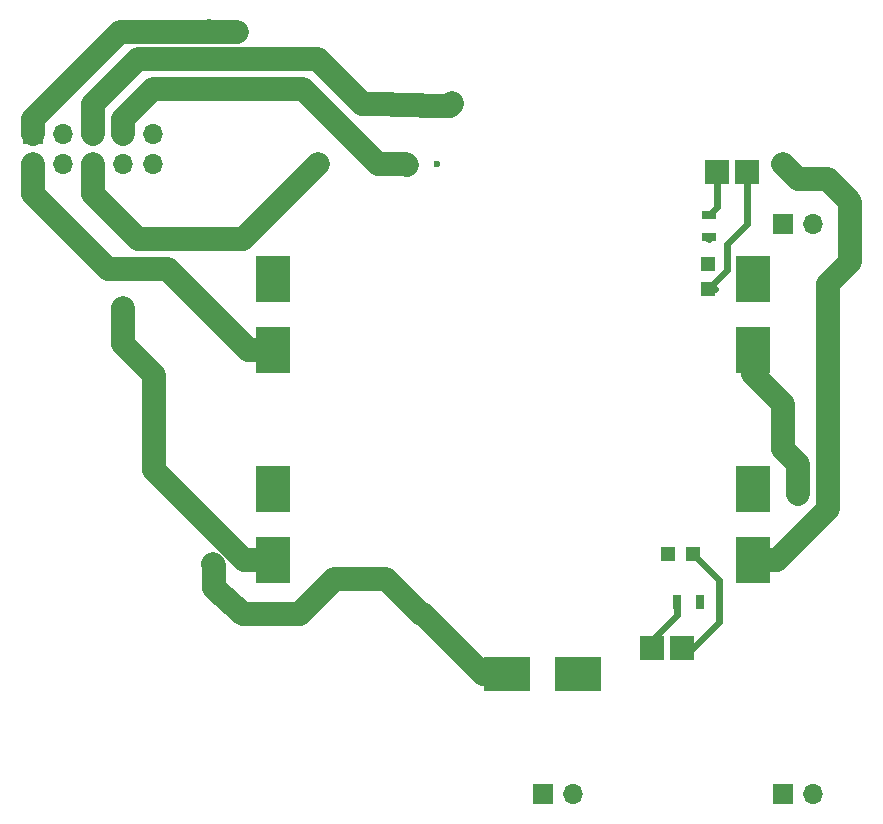
<source format=gbr>
G04 #@! TF.GenerationSoftware,KiCad,Pcbnew,(5.0.0-rc2-dev-26-g0d794b2)*
G04 #@! TF.CreationDate,2018-07-01T21:26:53-07:00*
G04 #@! TF.ProjectId,FlightControlUnitBoard,466C69676874436F6E74726F6C556E69,rev?*
G04 #@! TF.SameCoordinates,Original*
G04 #@! TF.FileFunction,Copper,L2,Bot,Signal*
G04 #@! TF.FilePolarity,Positive*
%FSLAX46Y46*%
G04 Gerber Fmt 4.6, Leading zero omitted, Abs format (unit mm)*
G04 Created by KiCad (PCBNEW (5.0.0-rc2-dev-26-g0d794b2)) date Sunday, July 01, 2018 at 09:26:53 PM*
%MOMM*%
%LPD*%
G01*
G04 APERTURE LIST*
%ADD10R,2.032000X2.032000*%
%ADD11R,1.198880X1.198880*%
%ADD12R,1.300000X0.700000*%
%ADD13R,3.000000X4.000000*%
%ADD14R,4.000000X3.000000*%
%ADD15R,1.700000X1.700000*%
%ADD16O,1.700000X1.700000*%
%ADD17R,0.700000X1.300000*%
%ADD18C,0.600000*%
%ADD19C,0.600000*%
%ADD20C,2.000000*%
G04 APERTURE END LIST*
D10*
X194700000Y-109550000D03*
X197240000Y-109550000D03*
X200175000Y-69200000D03*
X202715000Y-69200000D03*
D11*
X199390000Y-77055980D03*
X199390000Y-79154020D03*
D12*
X199525000Y-72850000D03*
X199525000Y-74750000D03*
D13*
X203200000Y-84280000D03*
X203200000Y-78280000D03*
X203200000Y-102060000D03*
X203200000Y-96060000D03*
D14*
X182420000Y-111760000D03*
X188420000Y-111760000D03*
D13*
X162560000Y-102060000D03*
X162560000Y-96060000D03*
X162560000Y-84280000D03*
X162560000Y-78280000D03*
D15*
X142240000Y-66040000D03*
D16*
X142240000Y-68580000D03*
X144780000Y-66040000D03*
X144780000Y-68580000D03*
X147320000Y-66040000D03*
X147320000Y-68580000D03*
X149860000Y-66040000D03*
X149860000Y-68580000D03*
X152400000Y-66040000D03*
X152400000Y-68580000D03*
D15*
X185420000Y-121920000D03*
D16*
X187960000Y-121920000D03*
D15*
X205740000Y-121920000D03*
D16*
X208280000Y-121920000D03*
D15*
X205740000Y-73660000D03*
D16*
X208280000Y-73660000D03*
D11*
X196050980Y-101600000D03*
X198149020Y-101600000D03*
D17*
X196800000Y-105650000D03*
X198700000Y-105650000D03*
D18*
X199350000Y-77025980D03*
X196800000Y-105650000D03*
X198149020Y-101600000D03*
X199390000Y-79154020D03*
X198700000Y-105650000D03*
X196150980Y-101525000D03*
X199500000Y-74875000D03*
X199525000Y-72850000D03*
X154600000Y-57350000D03*
X157150000Y-57325000D03*
X159525000Y-57350000D03*
X163068000Y-76898500D03*
X163068000Y-78168500D03*
X163004500Y-79565500D03*
X161798000Y-79565500D03*
X161798000Y-78168500D03*
X161798000Y-76962000D03*
X161925000Y-82804000D03*
X161925000Y-84201000D03*
X161925000Y-85407500D03*
X163195000Y-85471000D03*
X163131500Y-84201000D03*
X163131500Y-82867500D03*
X163131500Y-94678500D03*
X163131500Y-96075500D03*
X163068000Y-97409000D03*
X161861500Y-97409000D03*
X161925000Y-96139000D03*
X161925000Y-94742000D03*
X149850000Y-80725000D03*
X161988500Y-100965000D03*
X161988500Y-102235000D03*
X161988500Y-103378000D03*
X163322000Y-103378000D03*
X163322000Y-102235000D03*
X163385500Y-100901500D03*
X149860000Y-83820000D03*
X177725000Y-63425000D03*
X177725030Y-63437061D03*
X175225000Y-63600000D03*
X175300000Y-63600000D03*
X172725000Y-63550000D03*
X172775000Y-63575000D03*
X170115000Y-63435000D03*
X202692000Y-97472500D03*
X202565000Y-96139000D03*
X202565000Y-94678500D03*
X203835000Y-94615000D03*
X203835000Y-96075500D03*
X203835000Y-97409000D03*
X205740000Y-68580000D03*
X203771500Y-100774500D03*
X203771500Y-101981000D03*
X203771500Y-103251000D03*
X202501500Y-103251000D03*
X202438000Y-101981000D03*
X202438000Y-100838000D03*
X166370000Y-68580000D03*
X176475000Y-68575000D03*
X173900000Y-68650000D03*
X171450000Y-68580000D03*
X202501500Y-79692500D03*
X202438000Y-78422500D03*
X202438000Y-77279500D03*
X203898500Y-77343000D03*
X203898500Y-78422500D03*
X203898500Y-79692500D03*
X203898500Y-85407500D03*
X203898500Y-84137500D03*
X203898500Y-82931000D03*
X202501500Y-82994500D03*
X202501500Y-84201000D03*
X202501500Y-85471000D03*
X207010000Y-96520000D03*
X157500000Y-102425000D03*
X182308500Y-110934500D03*
X181229000Y-110998000D03*
X181292500Y-112268000D03*
X182308500Y-112268000D03*
X183642000Y-112331500D03*
X189611000Y-112331500D03*
X188531500Y-112331500D03*
X187325000Y-112331500D03*
X187134500Y-110871000D03*
X188277500Y-110934500D03*
X189611000Y-110934500D03*
D19*
X199350000Y-77025980D02*
X199380000Y-77055980D01*
X199380000Y-77055980D02*
X199390000Y-77055980D01*
X194700000Y-109550000D02*
X194700000Y-108875000D01*
X194700000Y-108875000D02*
X196800000Y-106775000D01*
X196800000Y-106775000D02*
X196800000Y-105650000D01*
X197240000Y-109550000D02*
X198100000Y-109550000D01*
X198100000Y-109550000D02*
X200300000Y-107350000D01*
X200300000Y-107350000D02*
X200300000Y-103750980D01*
X200300000Y-103750980D02*
X198149020Y-101600000D01*
X202715000Y-69200000D02*
X202715000Y-73610000D01*
X201025000Y-77519020D02*
X199390000Y-79154020D01*
X201025000Y-75300000D02*
X201025000Y-77519020D01*
X202715000Y-73610000D02*
X201025000Y-75300000D01*
X196150980Y-101525000D02*
X196075980Y-101600000D01*
X196075980Y-101600000D02*
X196050980Y-101600000D01*
X199500000Y-74875000D02*
X199525000Y-74850000D01*
X199525000Y-74850000D02*
X199525000Y-74750000D01*
X200175000Y-69200000D02*
X200175000Y-72200000D01*
X200175000Y-72200000D02*
X199525000Y-72850000D01*
X199390000Y-79154020D02*
X199970980Y-79154020D01*
D20*
X157125000Y-57350000D02*
X154600000Y-57350000D01*
X157150000Y-57325000D02*
X157125000Y-57350000D01*
X159525000Y-57350000D02*
X149625000Y-57350000D01*
X148450000Y-58525000D02*
X148450000Y-58560000D01*
X149625000Y-57350000D02*
X148450000Y-58525000D01*
X142240000Y-66040000D02*
X142240000Y-64770000D01*
X142240000Y-64770000D02*
X148450000Y-58560000D01*
X142240000Y-68580000D02*
X142240000Y-71120000D01*
X160480000Y-84280000D02*
X162560000Y-84280000D01*
X153670000Y-77470000D02*
X160480000Y-84280000D01*
X148590000Y-77470000D02*
X153670000Y-77470000D01*
X142240000Y-71120000D02*
X148590000Y-77470000D01*
X149850000Y-83810000D02*
X149850000Y-80725000D01*
X149850000Y-83810000D02*
X149860000Y-83820000D01*
X162560000Y-102060000D02*
X160085000Y-102060000D01*
X152475000Y-94450000D02*
X152475000Y-86435000D01*
X160085000Y-102060000D02*
X152475000Y-94450000D01*
X149860000Y-83820000D02*
X152475000Y-86435000D01*
X175225000Y-63600000D02*
X177550000Y-63600000D01*
X177550000Y-63600000D02*
X177725000Y-63425000D01*
X172725000Y-63550000D02*
X175175000Y-63550000D01*
X175175000Y-63550000D02*
X175225000Y-63600000D01*
X170180000Y-63500000D02*
X172675000Y-63500000D01*
X170115000Y-63435000D02*
X170180000Y-63500000D01*
X172675000Y-63500000D02*
X172725000Y-63550000D01*
X177725000Y-63437031D02*
X177725000Y-63425000D01*
X177725030Y-63437061D02*
X177725000Y-63437031D01*
X175300000Y-63600000D02*
X175225000Y-63600000D01*
X172725000Y-63550000D02*
X172750000Y-63550000D01*
X172775000Y-63575000D02*
X172750000Y-63550000D01*
X166370000Y-59690000D02*
X170115000Y-63435000D01*
X157480000Y-59690000D02*
X166370000Y-59690000D01*
X147320000Y-66040000D02*
X147320000Y-63500000D01*
X151130000Y-59690000D02*
X147320000Y-63500000D01*
X156210000Y-59690000D02*
X151130000Y-59690000D01*
X156210000Y-59690000D02*
X157480000Y-59690000D01*
X209550000Y-78740000D02*
X209550000Y-97790000D01*
X209550000Y-97790000D02*
X208280000Y-99060000D01*
X205280000Y-102060000D02*
X208280000Y-99060000D01*
X203200000Y-102060000D02*
X205280000Y-102060000D01*
X209550000Y-78740000D02*
X211455000Y-76835000D01*
X211455000Y-71755000D02*
X211455000Y-76835000D01*
X209550000Y-69850000D02*
X211455000Y-71755000D01*
X207010000Y-69850000D02*
X209550000Y-69850000D01*
X205740000Y-68580000D02*
X207010000Y-69850000D01*
X147320000Y-71120000D02*
X147320000Y-68580000D01*
X166370000Y-68580000D02*
X160020000Y-74930000D01*
X160020000Y-74930000D02*
X151130000Y-74930000D01*
X151130000Y-74930000D02*
X147320000Y-71120000D01*
X171450000Y-68580000D02*
X173830000Y-68580000D01*
X173830000Y-68580000D02*
X173900000Y-68650000D01*
X156210000Y-62230000D02*
X165100000Y-62230000D01*
X165100000Y-62230000D02*
X168910000Y-66040000D01*
X168910000Y-66040000D02*
X171450000Y-68580000D01*
X149860000Y-66040000D02*
X149860000Y-64770000D01*
X156210000Y-62230000D02*
X152400000Y-62230000D01*
X152400000Y-62230000D02*
X149860000Y-64770000D01*
X203200000Y-84280000D02*
X203200000Y-86360000D01*
X207010000Y-93980000D02*
X207010000Y-96520000D01*
X205740000Y-92710000D02*
X207010000Y-93980000D01*
X205740000Y-88900000D02*
X205740000Y-92710000D01*
X203200000Y-86360000D02*
X205740000Y-88900000D01*
X157575000Y-104425000D02*
X157575000Y-102500000D01*
X157575000Y-102500000D02*
X157500000Y-102425000D01*
X175260000Y-106680000D02*
X175105000Y-106680000D01*
X164820000Y-106680000D02*
X160020000Y-106680000D01*
X167775000Y-103725000D02*
X164820000Y-106680000D01*
X172150000Y-103725000D02*
X167775000Y-103725000D01*
X175105000Y-106680000D02*
X172150000Y-103725000D01*
X157575000Y-104425000D02*
X160020000Y-106680000D01*
X180340000Y-111760000D02*
X182420000Y-111760000D01*
X175260000Y-106680000D02*
X180340000Y-111760000D01*
X182420000Y-111760000D02*
X182880000Y-111760000D01*
M02*

</source>
